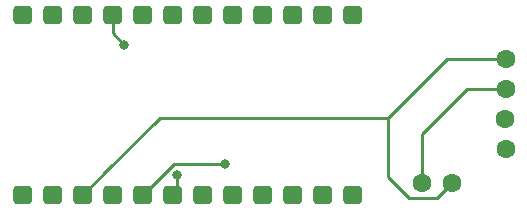
<source format=gbr>
G04 #@! TF.GenerationSoftware,KiCad,Pcbnew,5.0.2+dfsg1-1~bpo9+1*
G04 #@! TF.CreationDate,2021-03-14T19:34:14+00:00*
G04 #@! TF.ProjectId,gameboy_cart_screen,67616d65-626f-4795-9f63-6172745f7363,rev?*
G04 #@! TF.SameCoordinates,Original*
G04 #@! TF.FileFunction,Copper,L1,Top*
G04 #@! TF.FilePolarity,Positive*
%FSLAX46Y46*%
G04 Gerber Fmt 4.6, Leading zero omitted, Abs format (unit mm)*
G04 Created by KiCad (PCBNEW 5.0.2+dfsg1-1~bpo9+1) date Sun 14 Mar 2021 19:34:14 GMT*
%MOMM*%
%LPD*%
G01*
G04 APERTURE LIST*
G04 #@! TA.AperFunction,ComponentPad*
%ADD10C,1.600000*%
G04 #@! TD*
G04 #@! TA.AperFunction,Conductor*
%ADD11C,0.100000*%
G04 #@! TD*
G04 #@! TA.AperFunction,SMDPad,CuDef*
%ADD12C,1.600000*%
G04 #@! TD*
G04 #@! TA.AperFunction,ConnectorPad*
%ADD13C,1.600000*%
G04 #@! TD*
G04 #@! TA.AperFunction,ViaPad*
%ADD14C,0.800000*%
G04 #@! TD*
G04 #@! TA.AperFunction,Conductor*
%ADD15C,0.250000*%
G04 #@! TD*
G04 APERTURE END LIST*
D10*
G04 #@! TO.P,U1,1*
G04 #@! TO.N,Net-(U1-Pad1)*
X172095080Y-68950000D03*
G04 #@! TO.P,U1,2*
G04 #@! TO.N,Net-(U1-Pad2)*
X172095080Y-71490000D03*
G04 #@! TO.P,U1,3*
G04 #@! TO.N,Net-(U1-Pad3)*
X172090000Y-74030000D03*
G04 #@! TO.P,U1,4*
G04 #@! TO.N,Net-(U1-Pad4)*
X172095080Y-76570000D03*
G04 #@! TD*
D11*
G04 #@! TO.N,Net-(U2-Pad1)*
G04 #@! TO.C,U2*
G36*
X131649207Y-79681926D02*
X131688036Y-79687686D01*
X131726114Y-79697224D01*
X131763073Y-79710448D01*
X131798559Y-79727231D01*
X131832228Y-79747412D01*
X131863757Y-79770796D01*
X131892843Y-79797157D01*
X131919204Y-79826243D01*
X131942588Y-79857772D01*
X131962769Y-79891441D01*
X131979552Y-79926927D01*
X131992776Y-79963886D01*
X132002314Y-80001964D01*
X132008074Y-80040793D01*
X132010000Y-80080000D01*
X132010000Y-80880000D01*
X132008074Y-80919207D01*
X132002314Y-80958036D01*
X131992776Y-80996114D01*
X131979552Y-81033073D01*
X131962769Y-81068559D01*
X131942588Y-81102228D01*
X131919204Y-81133757D01*
X131892843Y-81162843D01*
X131863757Y-81189204D01*
X131832228Y-81212588D01*
X131798559Y-81232769D01*
X131763073Y-81249552D01*
X131726114Y-81262776D01*
X131688036Y-81272314D01*
X131649207Y-81278074D01*
X131610000Y-81280000D01*
X130810000Y-81280000D01*
X130770793Y-81278074D01*
X130731964Y-81272314D01*
X130693886Y-81262776D01*
X130656927Y-81249552D01*
X130621441Y-81232769D01*
X130587772Y-81212588D01*
X130556243Y-81189204D01*
X130527157Y-81162843D01*
X130500796Y-81133757D01*
X130477412Y-81102228D01*
X130457231Y-81068559D01*
X130440448Y-81033073D01*
X130427224Y-80996114D01*
X130417686Y-80958036D01*
X130411926Y-80919207D01*
X130410000Y-80880000D01*
X130410000Y-80080000D01*
X130411926Y-80040793D01*
X130417686Y-80001964D01*
X130427224Y-79963886D01*
X130440448Y-79926927D01*
X130457231Y-79891441D01*
X130477412Y-79857772D01*
X130500796Y-79826243D01*
X130527157Y-79797157D01*
X130556243Y-79770796D01*
X130587772Y-79747412D01*
X130621441Y-79727231D01*
X130656927Y-79710448D01*
X130693886Y-79697224D01*
X130731964Y-79687686D01*
X130770793Y-79681926D01*
X130810000Y-79680000D01*
X131610000Y-79680000D01*
X131649207Y-79681926D01*
X131649207Y-79681926D01*
G37*
D12*
G04 #@! TD*
G04 #@! TO.P,U2,1*
G04 #@! TO.N,Net-(U2-Pad1)*
X131210000Y-80480000D03*
D11*
G04 #@! TO.N,Net-(U2-Pad2)*
G04 #@! TO.C,U2*
G36*
X134189207Y-79681926D02*
X134228036Y-79687686D01*
X134266114Y-79697224D01*
X134303073Y-79710448D01*
X134338559Y-79727231D01*
X134372228Y-79747412D01*
X134403757Y-79770796D01*
X134432843Y-79797157D01*
X134459204Y-79826243D01*
X134482588Y-79857772D01*
X134502769Y-79891441D01*
X134519552Y-79926927D01*
X134532776Y-79963886D01*
X134542314Y-80001964D01*
X134548074Y-80040793D01*
X134550000Y-80080000D01*
X134550000Y-80880000D01*
X134548074Y-80919207D01*
X134542314Y-80958036D01*
X134532776Y-80996114D01*
X134519552Y-81033073D01*
X134502769Y-81068559D01*
X134482588Y-81102228D01*
X134459204Y-81133757D01*
X134432843Y-81162843D01*
X134403757Y-81189204D01*
X134372228Y-81212588D01*
X134338559Y-81232769D01*
X134303073Y-81249552D01*
X134266114Y-81262776D01*
X134228036Y-81272314D01*
X134189207Y-81278074D01*
X134150000Y-81280000D01*
X133350000Y-81280000D01*
X133310793Y-81278074D01*
X133271964Y-81272314D01*
X133233886Y-81262776D01*
X133196927Y-81249552D01*
X133161441Y-81232769D01*
X133127772Y-81212588D01*
X133096243Y-81189204D01*
X133067157Y-81162843D01*
X133040796Y-81133757D01*
X133017412Y-81102228D01*
X132997231Y-81068559D01*
X132980448Y-81033073D01*
X132967224Y-80996114D01*
X132957686Y-80958036D01*
X132951926Y-80919207D01*
X132950000Y-80880000D01*
X132950000Y-80080000D01*
X132951926Y-80040793D01*
X132957686Y-80001964D01*
X132967224Y-79963886D01*
X132980448Y-79926927D01*
X132997231Y-79891441D01*
X133017412Y-79857772D01*
X133040796Y-79826243D01*
X133067157Y-79797157D01*
X133096243Y-79770796D01*
X133127772Y-79747412D01*
X133161441Y-79727231D01*
X133196927Y-79710448D01*
X133233886Y-79697224D01*
X133271964Y-79687686D01*
X133310793Y-79681926D01*
X133350000Y-79680000D01*
X134150000Y-79680000D01*
X134189207Y-79681926D01*
X134189207Y-79681926D01*
G37*
D12*
G04 #@! TD*
G04 #@! TO.P,U2,2*
G04 #@! TO.N,Net-(U2-Pad2)*
X133750000Y-80480000D03*
D11*
G04 #@! TO.N,Net-(U1-Pad1)*
G04 #@! TO.C,U2*
G36*
X136729207Y-79681926D02*
X136768036Y-79687686D01*
X136806114Y-79697224D01*
X136843073Y-79710448D01*
X136878559Y-79727231D01*
X136912228Y-79747412D01*
X136943757Y-79770796D01*
X136972843Y-79797157D01*
X136999204Y-79826243D01*
X137022588Y-79857772D01*
X137042769Y-79891441D01*
X137059552Y-79926927D01*
X137072776Y-79963886D01*
X137082314Y-80001964D01*
X137088074Y-80040793D01*
X137090000Y-80080000D01*
X137090000Y-80880000D01*
X137088074Y-80919207D01*
X137082314Y-80958036D01*
X137072776Y-80996114D01*
X137059552Y-81033073D01*
X137042769Y-81068559D01*
X137022588Y-81102228D01*
X136999204Y-81133757D01*
X136972843Y-81162843D01*
X136943757Y-81189204D01*
X136912228Y-81212588D01*
X136878559Y-81232769D01*
X136843073Y-81249552D01*
X136806114Y-81262776D01*
X136768036Y-81272314D01*
X136729207Y-81278074D01*
X136690000Y-81280000D01*
X135890000Y-81280000D01*
X135850793Y-81278074D01*
X135811964Y-81272314D01*
X135773886Y-81262776D01*
X135736927Y-81249552D01*
X135701441Y-81232769D01*
X135667772Y-81212588D01*
X135636243Y-81189204D01*
X135607157Y-81162843D01*
X135580796Y-81133757D01*
X135557412Y-81102228D01*
X135537231Y-81068559D01*
X135520448Y-81033073D01*
X135507224Y-80996114D01*
X135497686Y-80958036D01*
X135491926Y-80919207D01*
X135490000Y-80880000D01*
X135490000Y-80080000D01*
X135491926Y-80040793D01*
X135497686Y-80001964D01*
X135507224Y-79963886D01*
X135520448Y-79926927D01*
X135537231Y-79891441D01*
X135557412Y-79857772D01*
X135580796Y-79826243D01*
X135607157Y-79797157D01*
X135636243Y-79770796D01*
X135667772Y-79747412D01*
X135701441Y-79727231D01*
X135736927Y-79710448D01*
X135773886Y-79697224D01*
X135811964Y-79687686D01*
X135850793Y-79681926D01*
X135890000Y-79680000D01*
X136690000Y-79680000D01*
X136729207Y-79681926D01*
X136729207Y-79681926D01*
G37*
D12*
G04 #@! TD*
G04 #@! TO.P,U2,3*
G04 #@! TO.N,Net-(U1-Pad1)*
X136290000Y-80480000D03*
D11*
G04 #@! TO.N,Net-(U2-Pad4)*
G04 #@! TO.C,U2*
G36*
X139269207Y-79681926D02*
X139308036Y-79687686D01*
X139346114Y-79697224D01*
X139383073Y-79710448D01*
X139418559Y-79727231D01*
X139452228Y-79747412D01*
X139483757Y-79770796D01*
X139512843Y-79797157D01*
X139539204Y-79826243D01*
X139562588Y-79857772D01*
X139582769Y-79891441D01*
X139599552Y-79926927D01*
X139612776Y-79963886D01*
X139622314Y-80001964D01*
X139628074Y-80040793D01*
X139630000Y-80080000D01*
X139630000Y-80880000D01*
X139628074Y-80919207D01*
X139622314Y-80958036D01*
X139612776Y-80996114D01*
X139599552Y-81033073D01*
X139582769Y-81068559D01*
X139562588Y-81102228D01*
X139539204Y-81133757D01*
X139512843Y-81162843D01*
X139483757Y-81189204D01*
X139452228Y-81212588D01*
X139418559Y-81232769D01*
X139383073Y-81249552D01*
X139346114Y-81262776D01*
X139308036Y-81272314D01*
X139269207Y-81278074D01*
X139230000Y-81280000D01*
X138430000Y-81280000D01*
X138390793Y-81278074D01*
X138351964Y-81272314D01*
X138313886Y-81262776D01*
X138276927Y-81249552D01*
X138241441Y-81232769D01*
X138207772Y-81212588D01*
X138176243Y-81189204D01*
X138147157Y-81162843D01*
X138120796Y-81133757D01*
X138097412Y-81102228D01*
X138077231Y-81068559D01*
X138060448Y-81033073D01*
X138047224Y-80996114D01*
X138037686Y-80958036D01*
X138031926Y-80919207D01*
X138030000Y-80880000D01*
X138030000Y-80080000D01*
X138031926Y-80040793D01*
X138037686Y-80001964D01*
X138047224Y-79963886D01*
X138060448Y-79926927D01*
X138077231Y-79891441D01*
X138097412Y-79857772D01*
X138120796Y-79826243D01*
X138147157Y-79797157D01*
X138176243Y-79770796D01*
X138207772Y-79747412D01*
X138241441Y-79727231D01*
X138276927Y-79710448D01*
X138313886Y-79697224D01*
X138351964Y-79687686D01*
X138390793Y-79681926D01*
X138430000Y-79680000D01*
X139230000Y-79680000D01*
X139269207Y-79681926D01*
X139269207Y-79681926D01*
G37*
D12*
G04 #@! TD*
G04 #@! TO.P,U2,4*
G04 #@! TO.N,Net-(U2-Pad4)*
X138830000Y-80480000D03*
D11*
G04 #@! TO.N,Net-(U1-Pad4)*
G04 #@! TO.C,U2*
G36*
X141809207Y-79681926D02*
X141848036Y-79687686D01*
X141886114Y-79697224D01*
X141923073Y-79710448D01*
X141958559Y-79727231D01*
X141992228Y-79747412D01*
X142023757Y-79770796D01*
X142052843Y-79797157D01*
X142079204Y-79826243D01*
X142102588Y-79857772D01*
X142122769Y-79891441D01*
X142139552Y-79926927D01*
X142152776Y-79963886D01*
X142162314Y-80001964D01*
X142168074Y-80040793D01*
X142170000Y-80080000D01*
X142170000Y-80880000D01*
X142168074Y-80919207D01*
X142162314Y-80958036D01*
X142152776Y-80996114D01*
X142139552Y-81033073D01*
X142122769Y-81068559D01*
X142102588Y-81102228D01*
X142079204Y-81133757D01*
X142052843Y-81162843D01*
X142023757Y-81189204D01*
X141992228Y-81212588D01*
X141958559Y-81232769D01*
X141923073Y-81249552D01*
X141886114Y-81262776D01*
X141848036Y-81272314D01*
X141809207Y-81278074D01*
X141770000Y-81280000D01*
X140970000Y-81280000D01*
X140930793Y-81278074D01*
X140891964Y-81272314D01*
X140853886Y-81262776D01*
X140816927Y-81249552D01*
X140781441Y-81232769D01*
X140747772Y-81212588D01*
X140716243Y-81189204D01*
X140687157Y-81162843D01*
X140660796Y-81133757D01*
X140637412Y-81102228D01*
X140617231Y-81068559D01*
X140600448Y-81033073D01*
X140587224Y-80996114D01*
X140577686Y-80958036D01*
X140571926Y-80919207D01*
X140570000Y-80880000D01*
X140570000Y-80080000D01*
X140571926Y-80040793D01*
X140577686Y-80001964D01*
X140587224Y-79963886D01*
X140600448Y-79926927D01*
X140617231Y-79891441D01*
X140637412Y-79857772D01*
X140660796Y-79826243D01*
X140687157Y-79797157D01*
X140716243Y-79770796D01*
X140747772Y-79747412D01*
X140781441Y-79727231D01*
X140816927Y-79710448D01*
X140853886Y-79697224D01*
X140891964Y-79687686D01*
X140930793Y-79681926D01*
X140970000Y-79680000D01*
X141770000Y-79680000D01*
X141809207Y-79681926D01*
X141809207Y-79681926D01*
G37*
D12*
G04 #@! TD*
G04 #@! TO.P,U2,5*
G04 #@! TO.N,Net-(U1-Pad4)*
X141370000Y-80480000D03*
D11*
G04 #@! TO.N,Net-(U1-Pad3)*
G04 #@! TO.C,U2*
G36*
X144349207Y-79681926D02*
X144388036Y-79687686D01*
X144426114Y-79697224D01*
X144463073Y-79710448D01*
X144498559Y-79727231D01*
X144532228Y-79747412D01*
X144563757Y-79770796D01*
X144592843Y-79797157D01*
X144619204Y-79826243D01*
X144642588Y-79857772D01*
X144662769Y-79891441D01*
X144679552Y-79926927D01*
X144692776Y-79963886D01*
X144702314Y-80001964D01*
X144708074Y-80040793D01*
X144710000Y-80080000D01*
X144710000Y-80880000D01*
X144708074Y-80919207D01*
X144702314Y-80958036D01*
X144692776Y-80996114D01*
X144679552Y-81033073D01*
X144662769Y-81068559D01*
X144642588Y-81102228D01*
X144619204Y-81133757D01*
X144592843Y-81162843D01*
X144563757Y-81189204D01*
X144532228Y-81212588D01*
X144498559Y-81232769D01*
X144463073Y-81249552D01*
X144426114Y-81262776D01*
X144388036Y-81272314D01*
X144349207Y-81278074D01*
X144310000Y-81280000D01*
X143510000Y-81280000D01*
X143470793Y-81278074D01*
X143431964Y-81272314D01*
X143393886Y-81262776D01*
X143356927Y-81249552D01*
X143321441Y-81232769D01*
X143287772Y-81212588D01*
X143256243Y-81189204D01*
X143227157Y-81162843D01*
X143200796Y-81133757D01*
X143177412Y-81102228D01*
X143157231Y-81068559D01*
X143140448Y-81033073D01*
X143127224Y-80996114D01*
X143117686Y-80958036D01*
X143111926Y-80919207D01*
X143110000Y-80880000D01*
X143110000Y-80080000D01*
X143111926Y-80040793D01*
X143117686Y-80001964D01*
X143127224Y-79963886D01*
X143140448Y-79926927D01*
X143157231Y-79891441D01*
X143177412Y-79857772D01*
X143200796Y-79826243D01*
X143227157Y-79797157D01*
X143256243Y-79770796D01*
X143287772Y-79747412D01*
X143321441Y-79727231D01*
X143356927Y-79710448D01*
X143393886Y-79697224D01*
X143431964Y-79687686D01*
X143470793Y-79681926D01*
X143510000Y-79680000D01*
X144310000Y-79680000D01*
X144349207Y-79681926D01*
X144349207Y-79681926D01*
G37*
D12*
G04 #@! TD*
G04 #@! TO.P,U2,6*
G04 #@! TO.N,Net-(U1-Pad3)*
X143910000Y-80480000D03*
D11*
G04 #@! TO.N,Net-(U2-Pad7)*
G04 #@! TO.C,U2*
G36*
X146889207Y-79681926D02*
X146928036Y-79687686D01*
X146966114Y-79697224D01*
X147003073Y-79710448D01*
X147038559Y-79727231D01*
X147072228Y-79747412D01*
X147103757Y-79770796D01*
X147132843Y-79797157D01*
X147159204Y-79826243D01*
X147182588Y-79857772D01*
X147202769Y-79891441D01*
X147219552Y-79926927D01*
X147232776Y-79963886D01*
X147242314Y-80001964D01*
X147248074Y-80040793D01*
X147250000Y-80080000D01*
X147250000Y-80880000D01*
X147248074Y-80919207D01*
X147242314Y-80958036D01*
X147232776Y-80996114D01*
X147219552Y-81033073D01*
X147202769Y-81068559D01*
X147182588Y-81102228D01*
X147159204Y-81133757D01*
X147132843Y-81162843D01*
X147103757Y-81189204D01*
X147072228Y-81212588D01*
X147038559Y-81232769D01*
X147003073Y-81249552D01*
X146966114Y-81262776D01*
X146928036Y-81272314D01*
X146889207Y-81278074D01*
X146850000Y-81280000D01*
X146050000Y-81280000D01*
X146010793Y-81278074D01*
X145971964Y-81272314D01*
X145933886Y-81262776D01*
X145896927Y-81249552D01*
X145861441Y-81232769D01*
X145827772Y-81212588D01*
X145796243Y-81189204D01*
X145767157Y-81162843D01*
X145740796Y-81133757D01*
X145717412Y-81102228D01*
X145697231Y-81068559D01*
X145680448Y-81033073D01*
X145667224Y-80996114D01*
X145657686Y-80958036D01*
X145651926Y-80919207D01*
X145650000Y-80880000D01*
X145650000Y-80080000D01*
X145651926Y-80040793D01*
X145657686Y-80001964D01*
X145667224Y-79963886D01*
X145680448Y-79926927D01*
X145697231Y-79891441D01*
X145717412Y-79857772D01*
X145740796Y-79826243D01*
X145767157Y-79797157D01*
X145796243Y-79770796D01*
X145827772Y-79747412D01*
X145861441Y-79727231D01*
X145896927Y-79710448D01*
X145933886Y-79697224D01*
X145971964Y-79687686D01*
X146010793Y-79681926D01*
X146050000Y-79680000D01*
X146850000Y-79680000D01*
X146889207Y-79681926D01*
X146889207Y-79681926D01*
G37*
D12*
G04 #@! TD*
G04 #@! TO.P,U2,7*
G04 #@! TO.N,Net-(U2-Pad7)*
X146450000Y-80480000D03*
D11*
G04 #@! TO.N,Net-(U2-Pad8)*
G04 #@! TO.C,U2*
G36*
X149429207Y-79681926D02*
X149468036Y-79687686D01*
X149506114Y-79697224D01*
X149543073Y-79710448D01*
X149578559Y-79727231D01*
X149612228Y-79747412D01*
X149643757Y-79770796D01*
X149672843Y-79797157D01*
X149699204Y-79826243D01*
X149722588Y-79857772D01*
X149742769Y-79891441D01*
X149759552Y-79926927D01*
X149772776Y-79963886D01*
X149782314Y-80001964D01*
X149788074Y-80040793D01*
X149790000Y-80080000D01*
X149790000Y-80880000D01*
X149788074Y-80919207D01*
X149782314Y-80958036D01*
X149772776Y-80996114D01*
X149759552Y-81033073D01*
X149742769Y-81068559D01*
X149722588Y-81102228D01*
X149699204Y-81133757D01*
X149672843Y-81162843D01*
X149643757Y-81189204D01*
X149612228Y-81212588D01*
X149578559Y-81232769D01*
X149543073Y-81249552D01*
X149506114Y-81262776D01*
X149468036Y-81272314D01*
X149429207Y-81278074D01*
X149390000Y-81280000D01*
X148590000Y-81280000D01*
X148550793Y-81278074D01*
X148511964Y-81272314D01*
X148473886Y-81262776D01*
X148436927Y-81249552D01*
X148401441Y-81232769D01*
X148367772Y-81212588D01*
X148336243Y-81189204D01*
X148307157Y-81162843D01*
X148280796Y-81133757D01*
X148257412Y-81102228D01*
X148237231Y-81068559D01*
X148220448Y-81033073D01*
X148207224Y-80996114D01*
X148197686Y-80958036D01*
X148191926Y-80919207D01*
X148190000Y-80880000D01*
X148190000Y-80080000D01*
X148191926Y-80040793D01*
X148197686Y-80001964D01*
X148207224Y-79963886D01*
X148220448Y-79926927D01*
X148237231Y-79891441D01*
X148257412Y-79857772D01*
X148280796Y-79826243D01*
X148307157Y-79797157D01*
X148336243Y-79770796D01*
X148367772Y-79747412D01*
X148401441Y-79727231D01*
X148436927Y-79710448D01*
X148473886Y-79697224D01*
X148511964Y-79687686D01*
X148550793Y-79681926D01*
X148590000Y-79680000D01*
X149390000Y-79680000D01*
X149429207Y-79681926D01*
X149429207Y-79681926D01*
G37*
D12*
G04 #@! TD*
G04 #@! TO.P,U2,8*
G04 #@! TO.N,Net-(U2-Pad8)*
X148990000Y-80480000D03*
D11*
G04 #@! TO.N,Net-(U2-Pad9)*
G04 #@! TO.C,U2*
G36*
X151969207Y-79681926D02*
X152008036Y-79687686D01*
X152046114Y-79697224D01*
X152083073Y-79710448D01*
X152118559Y-79727231D01*
X152152228Y-79747412D01*
X152183757Y-79770796D01*
X152212843Y-79797157D01*
X152239204Y-79826243D01*
X152262588Y-79857772D01*
X152282769Y-79891441D01*
X152299552Y-79926927D01*
X152312776Y-79963886D01*
X152322314Y-80001964D01*
X152328074Y-80040793D01*
X152330000Y-80080000D01*
X152330000Y-80880000D01*
X152328074Y-80919207D01*
X152322314Y-80958036D01*
X152312776Y-80996114D01*
X152299552Y-81033073D01*
X152282769Y-81068559D01*
X152262588Y-81102228D01*
X152239204Y-81133757D01*
X152212843Y-81162843D01*
X152183757Y-81189204D01*
X152152228Y-81212588D01*
X152118559Y-81232769D01*
X152083073Y-81249552D01*
X152046114Y-81262776D01*
X152008036Y-81272314D01*
X151969207Y-81278074D01*
X151930000Y-81280000D01*
X151130000Y-81280000D01*
X151090793Y-81278074D01*
X151051964Y-81272314D01*
X151013886Y-81262776D01*
X150976927Y-81249552D01*
X150941441Y-81232769D01*
X150907772Y-81212588D01*
X150876243Y-81189204D01*
X150847157Y-81162843D01*
X150820796Y-81133757D01*
X150797412Y-81102228D01*
X150777231Y-81068559D01*
X150760448Y-81033073D01*
X150747224Y-80996114D01*
X150737686Y-80958036D01*
X150731926Y-80919207D01*
X150730000Y-80880000D01*
X150730000Y-80080000D01*
X150731926Y-80040793D01*
X150737686Y-80001964D01*
X150747224Y-79963886D01*
X150760448Y-79926927D01*
X150777231Y-79891441D01*
X150797412Y-79857772D01*
X150820796Y-79826243D01*
X150847157Y-79797157D01*
X150876243Y-79770796D01*
X150907772Y-79747412D01*
X150941441Y-79727231D01*
X150976927Y-79710448D01*
X151013886Y-79697224D01*
X151051964Y-79687686D01*
X151090793Y-79681926D01*
X151130000Y-79680000D01*
X151930000Y-79680000D01*
X151969207Y-79681926D01*
X151969207Y-79681926D01*
G37*
D12*
G04 #@! TD*
G04 #@! TO.P,U2,9*
G04 #@! TO.N,Net-(U2-Pad9)*
X151530000Y-80480000D03*
D11*
G04 #@! TO.N,Net-(U2-Pad10)*
G04 #@! TO.C,U2*
G36*
X154509207Y-79681926D02*
X154548036Y-79687686D01*
X154586114Y-79697224D01*
X154623073Y-79710448D01*
X154658559Y-79727231D01*
X154692228Y-79747412D01*
X154723757Y-79770796D01*
X154752843Y-79797157D01*
X154779204Y-79826243D01*
X154802588Y-79857772D01*
X154822769Y-79891441D01*
X154839552Y-79926927D01*
X154852776Y-79963886D01*
X154862314Y-80001964D01*
X154868074Y-80040793D01*
X154870000Y-80080000D01*
X154870000Y-80880000D01*
X154868074Y-80919207D01*
X154862314Y-80958036D01*
X154852776Y-80996114D01*
X154839552Y-81033073D01*
X154822769Y-81068559D01*
X154802588Y-81102228D01*
X154779204Y-81133757D01*
X154752843Y-81162843D01*
X154723757Y-81189204D01*
X154692228Y-81212588D01*
X154658559Y-81232769D01*
X154623073Y-81249552D01*
X154586114Y-81262776D01*
X154548036Y-81272314D01*
X154509207Y-81278074D01*
X154470000Y-81280000D01*
X153670000Y-81280000D01*
X153630793Y-81278074D01*
X153591964Y-81272314D01*
X153553886Y-81262776D01*
X153516927Y-81249552D01*
X153481441Y-81232769D01*
X153447772Y-81212588D01*
X153416243Y-81189204D01*
X153387157Y-81162843D01*
X153360796Y-81133757D01*
X153337412Y-81102228D01*
X153317231Y-81068559D01*
X153300448Y-81033073D01*
X153287224Y-80996114D01*
X153277686Y-80958036D01*
X153271926Y-80919207D01*
X153270000Y-80880000D01*
X153270000Y-80080000D01*
X153271926Y-80040793D01*
X153277686Y-80001964D01*
X153287224Y-79963886D01*
X153300448Y-79926927D01*
X153317231Y-79891441D01*
X153337412Y-79857772D01*
X153360796Y-79826243D01*
X153387157Y-79797157D01*
X153416243Y-79770796D01*
X153447772Y-79747412D01*
X153481441Y-79727231D01*
X153516927Y-79710448D01*
X153553886Y-79697224D01*
X153591964Y-79687686D01*
X153630793Y-79681926D01*
X153670000Y-79680000D01*
X154470000Y-79680000D01*
X154509207Y-79681926D01*
X154509207Y-79681926D01*
G37*
D12*
G04 #@! TD*
G04 #@! TO.P,U2,10*
G04 #@! TO.N,Net-(U2-Pad10)*
X154070000Y-80480000D03*
D11*
G04 #@! TO.N,Net-(U2-Pad11)*
G04 #@! TO.C,U2*
G36*
X157049207Y-79681926D02*
X157088036Y-79687686D01*
X157126114Y-79697224D01*
X157163073Y-79710448D01*
X157198559Y-79727231D01*
X157232228Y-79747412D01*
X157263757Y-79770796D01*
X157292843Y-79797157D01*
X157319204Y-79826243D01*
X157342588Y-79857772D01*
X157362769Y-79891441D01*
X157379552Y-79926927D01*
X157392776Y-79963886D01*
X157402314Y-80001964D01*
X157408074Y-80040793D01*
X157410000Y-80080000D01*
X157410000Y-80880000D01*
X157408074Y-80919207D01*
X157402314Y-80958036D01*
X157392776Y-80996114D01*
X157379552Y-81033073D01*
X157362769Y-81068559D01*
X157342588Y-81102228D01*
X157319204Y-81133757D01*
X157292843Y-81162843D01*
X157263757Y-81189204D01*
X157232228Y-81212588D01*
X157198559Y-81232769D01*
X157163073Y-81249552D01*
X157126114Y-81262776D01*
X157088036Y-81272314D01*
X157049207Y-81278074D01*
X157010000Y-81280000D01*
X156210000Y-81280000D01*
X156170793Y-81278074D01*
X156131964Y-81272314D01*
X156093886Y-81262776D01*
X156056927Y-81249552D01*
X156021441Y-81232769D01*
X155987772Y-81212588D01*
X155956243Y-81189204D01*
X155927157Y-81162843D01*
X155900796Y-81133757D01*
X155877412Y-81102228D01*
X155857231Y-81068559D01*
X155840448Y-81033073D01*
X155827224Y-80996114D01*
X155817686Y-80958036D01*
X155811926Y-80919207D01*
X155810000Y-80880000D01*
X155810000Y-80080000D01*
X155811926Y-80040793D01*
X155817686Y-80001964D01*
X155827224Y-79963886D01*
X155840448Y-79926927D01*
X155857231Y-79891441D01*
X155877412Y-79857772D01*
X155900796Y-79826243D01*
X155927157Y-79797157D01*
X155956243Y-79770796D01*
X155987772Y-79747412D01*
X156021441Y-79727231D01*
X156056927Y-79710448D01*
X156093886Y-79697224D01*
X156131964Y-79687686D01*
X156170793Y-79681926D01*
X156210000Y-79680000D01*
X157010000Y-79680000D01*
X157049207Y-79681926D01*
X157049207Y-79681926D01*
G37*
D12*
G04 #@! TD*
G04 #@! TO.P,U2,11*
G04 #@! TO.N,Net-(U2-Pad11)*
X156610000Y-80480000D03*
D11*
G04 #@! TO.N,Net-(U2-Pad12)*
G04 #@! TO.C,U2*
G36*
X159589207Y-79681926D02*
X159628036Y-79687686D01*
X159666114Y-79697224D01*
X159703073Y-79710448D01*
X159738559Y-79727231D01*
X159772228Y-79747412D01*
X159803757Y-79770796D01*
X159832843Y-79797157D01*
X159859204Y-79826243D01*
X159882588Y-79857772D01*
X159902769Y-79891441D01*
X159919552Y-79926927D01*
X159932776Y-79963886D01*
X159942314Y-80001964D01*
X159948074Y-80040793D01*
X159950000Y-80080000D01*
X159950000Y-80880000D01*
X159948074Y-80919207D01*
X159942314Y-80958036D01*
X159932776Y-80996114D01*
X159919552Y-81033073D01*
X159902769Y-81068559D01*
X159882588Y-81102228D01*
X159859204Y-81133757D01*
X159832843Y-81162843D01*
X159803757Y-81189204D01*
X159772228Y-81212588D01*
X159738559Y-81232769D01*
X159703073Y-81249552D01*
X159666114Y-81262776D01*
X159628036Y-81272314D01*
X159589207Y-81278074D01*
X159550000Y-81280000D01*
X158750000Y-81280000D01*
X158710793Y-81278074D01*
X158671964Y-81272314D01*
X158633886Y-81262776D01*
X158596927Y-81249552D01*
X158561441Y-81232769D01*
X158527772Y-81212588D01*
X158496243Y-81189204D01*
X158467157Y-81162843D01*
X158440796Y-81133757D01*
X158417412Y-81102228D01*
X158397231Y-81068559D01*
X158380448Y-81033073D01*
X158367224Y-80996114D01*
X158357686Y-80958036D01*
X158351926Y-80919207D01*
X158350000Y-80880000D01*
X158350000Y-80080000D01*
X158351926Y-80040793D01*
X158357686Y-80001964D01*
X158367224Y-79963886D01*
X158380448Y-79926927D01*
X158397231Y-79891441D01*
X158417412Y-79857772D01*
X158440796Y-79826243D01*
X158467157Y-79797157D01*
X158496243Y-79770796D01*
X158527772Y-79747412D01*
X158561441Y-79727231D01*
X158596927Y-79710448D01*
X158633886Y-79697224D01*
X158671964Y-79687686D01*
X158710793Y-79681926D01*
X158750000Y-79680000D01*
X159550000Y-79680000D01*
X159589207Y-79681926D01*
X159589207Y-79681926D01*
G37*
D12*
G04 #@! TD*
G04 #@! TO.P,U2,12*
G04 #@! TO.N,Net-(U2-Pad12)*
X159150000Y-80480000D03*
D11*
G04 #@! TO.N,Net-(U2-Pad13)*
G04 #@! TO.C,U2*
G36*
X159589207Y-64441926D02*
X159628036Y-64447686D01*
X159666114Y-64457224D01*
X159703073Y-64470448D01*
X159738559Y-64487231D01*
X159772228Y-64507412D01*
X159803757Y-64530796D01*
X159832843Y-64557157D01*
X159859204Y-64586243D01*
X159882588Y-64617772D01*
X159902769Y-64651441D01*
X159919552Y-64686927D01*
X159932776Y-64723886D01*
X159942314Y-64761964D01*
X159948074Y-64800793D01*
X159950000Y-64840000D01*
X159950000Y-65640000D01*
X159948074Y-65679207D01*
X159942314Y-65718036D01*
X159932776Y-65756114D01*
X159919552Y-65793073D01*
X159902769Y-65828559D01*
X159882588Y-65862228D01*
X159859204Y-65893757D01*
X159832843Y-65922843D01*
X159803757Y-65949204D01*
X159772228Y-65972588D01*
X159738559Y-65992769D01*
X159703073Y-66009552D01*
X159666114Y-66022776D01*
X159628036Y-66032314D01*
X159589207Y-66038074D01*
X159550000Y-66040000D01*
X158750000Y-66040000D01*
X158710793Y-66038074D01*
X158671964Y-66032314D01*
X158633886Y-66022776D01*
X158596927Y-66009552D01*
X158561441Y-65992769D01*
X158527772Y-65972588D01*
X158496243Y-65949204D01*
X158467157Y-65922843D01*
X158440796Y-65893757D01*
X158417412Y-65862228D01*
X158397231Y-65828559D01*
X158380448Y-65793073D01*
X158367224Y-65756114D01*
X158357686Y-65718036D01*
X158351926Y-65679207D01*
X158350000Y-65640000D01*
X158350000Y-64840000D01*
X158351926Y-64800793D01*
X158357686Y-64761964D01*
X158367224Y-64723886D01*
X158380448Y-64686927D01*
X158397231Y-64651441D01*
X158417412Y-64617772D01*
X158440796Y-64586243D01*
X158467157Y-64557157D01*
X158496243Y-64530796D01*
X158527772Y-64507412D01*
X158561441Y-64487231D01*
X158596927Y-64470448D01*
X158633886Y-64457224D01*
X158671964Y-64447686D01*
X158710793Y-64441926D01*
X158750000Y-64440000D01*
X159550000Y-64440000D01*
X159589207Y-64441926D01*
X159589207Y-64441926D01*
G37*
D12*
G04 #@! TD*
G04 #@! TO.P,U2,13*
G04 #@! TO.N,Net-(U2-Pad13)*
X159150000Y-65240000D03*
D11*
G04 #@! TO.N,Net-(U2-Pad14)*
G04 #@! TO.C,U2*
G36*
X157049207Y-64441926D02*
X157088036Y-64447686D01*
X157126114Y-64457224D01*
X157163073Y-64470448D01*
X157198559Y-64487231D01*
X157232228Y-64507412D01*
X157263757Y-64530796D01*
X157292843Y-64557157D01*
X157319204Y-64586243D01*
X157342588Y-64617772D01*
X157362769Y-64651441D01*
X157379552Y-64686927D01*
X157392776Y-64723886D01*
X157402314Y-64761964D01*
X157408074Y-64800793D01*
X157410000Y-64840000D01*
X157410000Y-65640000D01*
X157408074Y-65679207D01*
X157402314Y-65718036D01*
X157392776Y-65756114D01*
X157379552Y-65793073D01*
X157362769Y-65828559D01*
X157342588Y-65862228D01*
X157319204Y-65893757D01*
X157292843Y-65922843D01*
X157263757Y-65949204D01*
X157232228Y-65972588D01*
X157198559Y-65992769D01*
X157163073Y-66009552D01*
X157126114Y-66022776D01*
X157088036Y-66032314D01*
X157049207Y-66038074D01*
X157010000Y-66040000D01*
X156210000Y-66040000D01*
X156170793Y-66038074D01*
X156131964Y-66032314D01*
X156093886Y-66022776D01*
X156056927Y-66009552D01*
X156021441Y-65992769D01*
X155987772Y-65972588D01*
X155956243Y-65949204D01*
X155927157Y-65922843D01*
X155900796Y-65893757D01*
X155877412Y-65862228D01*
X155857231Y-65828559D01*
X155840448Y-65793073D01*
X155827224Y-65756114D01*
X155817686Y-65718036D01*
X155811926Y-65679207D01*
X155810000Y-65640000D01*
X155810000Y-64840000D01*
X155811926Y-64800793D01*
X155817686Y-64761964D01*
X155827224Y-64723886D01*
X155840448Y-64686927D01*
X155857231Y-64651441D01*
X155877412Y-64617772D01*
X155900796Y-64586243D01*
X155927157Y-64557157D01*
X155956243Y-64530796D01*
X155987772Y-64507412D01*
X156021441Y-64487231D01*
X156056927Y-64470448D01*
X156093886Y-64457224D01*
X156131964Y-64447686D01*
X156170793Y-64441926D01*
X156210000Y-64440000D01*
X157010000Y-64440000D01*
X157049207Y-64441926D01*
X157049207Y-64441926D01*
G37*
D12*
G04 #@! TD*
G04 #@! TO.P,U2,14*
G04 #@! TO.N,Net-(U2-Pad14)*
X156610000Y-65240000D03*
D11*
G04 #@! TO.N,Net-(U2-Pad15)*
G04 #@! TO.C,U2*
G36*
X154509207Y-64441926D02*
X154548036Y-64447686D01*
X154586114Y-64457224D01*
X154623073Y-64470448D01*
X154658559Y-64487231D01*
X154692228Y-64507412D01*
X154723757Y-64530796D01*
X154752843Y-64557157D01*
X154779204Y-64586243D01*
X154802588Y-64617772D01*
X154822769Y-64651441D01*
X154839552Y-64686927D01*
X154852776Y-64723886D01*
X154862314Y-64761964D01*
X154868074Y-64800793D01*
X154870000Y-64840000D01*
X154870000Y-65640000D01*
X154868074Y-65679207D01*
X154862314Y-65718036D01*
X154852776Y-65756114D01*
X154839552Y-65793073D01*
X154822769Y-65828559D01*
X154802588Y-65862228D01*
X154779204Y-65893757D01*
X154752843Y-65922843D01*
X154723757Y-65949204D01*
X154692228Y-65972588D01*
X154658559Y-65992769D01*
X154623073Y-66009552D01*
X154586114Y-66022776D01*
X154548036Y-66032314D01*
X154509207Y-66038074D01*
X154470000Y-66040000D01*
X153670000Y-66040000D01*
X153630793Y-66038074D01*
X153591964Y-66032314D01*
X153553886Y-66022776D01*
X153516927Y-66009552D01*
X153481441Y-65992769D01*
X153447772Y-65972588D01*
X153416243Y-65949204D01*
X153387157Y-65922843D01*
X153360796Y-65893757D01*
X153337412Y-65862228D01*
X153317231Y-65828559D01*
X153300448Y-65793073D01*
X153287224Y-65756114D01*
X153277686Y-65718036D01*
X153271926Y-65679207D01*
X153270000Y-65640000D01*
X153270000Y-64840000D01*
X153271926Y-64800793D01*
X153277686Y-64761964D01*
X153287224Y-64723886D01*
X153300448Y-64686927D01*
X153317231Y-64651441D01*
X153337412Y-64617772D01*
X153360796Y-64586243D01*
X153387157Y-64557157D01*
X153416243Y-64530796D01*
X153447772Y-64507412D01*
X153481441Y-64487231D01*
X153516927Y-64470448D01*
X153553886Y-64457224D01*
X153591964Y-64447686D01*
X153630793Y-64441926D01*
X153670000Y-64440000D01*
X154470000Y-64440000D01*
X154509207Y-64441926D01*
X154509207Y-64441926D01*
G37*
D13*
G04 #@! TD*
G04 #@! TO.P,U2,15*
G04 #@! TO.N,Net-(U2-Pad15)*
X154070000Y-65240000D03*
D11*
G04 #@! TO.N,Net-(U2-Pad16)*
G04 #@! TO.C,U2*
G36*
X151969207Y-64441926D02*
X152008036Y-64447686D01*
X152046114Y-64457224D01*
X152083073Y-64470448D01*
X152118559Y-64487231D01*
X152152228Y-64507412D01*
X152183757Y-64530796D01*
X152212843Y-64557157D01*
X152239204Y-64586243D01*
X152262588Y-64617772D01*
X152282769Y-64651441D01*
X152299552Y-64686927D01*
X152312776Y-64723886D01*
X152322314Y-64761964D01*
X152328074Y-64800793D01*
X152330000Y-64840000D01*
X152330000Y-65640000D01*
X152328074Y-65679207D01*
X152322314Y-65718036D01*
X152312776Y-65756114D01*
X152299552Y-65793073D01*
X152282769Y-65828559D01*
X152262588Y-65862228D01*
X152239204Y-65893757D01*
X152212843Y-65922843D01*
X152183757Y-65949204D01*
X152152228Y-65972588D01*
X152118559Y-65992769D01*
X152083073Y-66009552D01*
X152046114Y-66022776D01*
X152008036Y-66032314D01*
X151969207Y-66038074D01*
X151930000Y-66040000D01*
X151130000Y-66040000D01*
X151090793Y-66038074D01*
X151051964Y-66032314D01*
X151013886Y-66022776D01*
X150976927Y-66009552D01*
X150941441Y-65992769D01*
X150907772Y-65972588D01*
X150876243Y-65949204D01*
X150847157Y-65922843D01*
X150820796Y-65893757D01*
X150797412Y-65862228D01*
X150777231Y-65828559D01*
X150760448Y-65793073D01*
X150747224Y-65756114D01*
X150737686Y-65718036D01*
X150731926Y-65679207D01*
X150730000Y-65640000D01*
X150730000Y-64840000D01*
X150731926Y-64800793D01*
X150737686Y-64761964D01*
X150747224Y-64723886D01*
X150760448Y-64686927D01*
X150777231Y-64651441D01*
X150797412Y-64617772D01*
X150820796Y-64586243D01*
X150847157Y-64557157D01*
X150876243Y-64530796D01*
X150907772Y-64507412D01*
X150941441Y-64487231D01*
X150976927Y-64470448D01*
X151013886Y-64457224D01*
X151051964Y-64447686D01*
X151090793Y-64441926D01*
X151130000Y-64440000D01*
X151930000Y-64440000D01*
X151969207Y-64441926D01*
X151969207Y-64441926D01*
G37*
D12*
G04 #@! TD*
G04 #@! TO.P,U2,16*
G04 #@! TO.N,Net-(U2-Pad16)*
X151530000Y-65240000D03*
D11*
G04 #@! TO.N,Net-(U2-Pad17)*
G04 #@! TO.C,U2*
G36*
X149429207Y-64441926D02*
X149468036Y-64447686D01*
X149506114Y-64457224D01*
X149543073Y-64470448D01*
X149578559Y-64487231D01*
X149612228Y-64507412D01*
X149643757Y-64530796D01*
X149672843Y-64557157D01*
X149699204Y-64586243D01*
X149722588Y-64617772D01*
X149742769Y-64651441D01*
X149759552Y-64686927D01*
X149772776Y-64723886D01*
X149782314Y-64761964D01*
X149788074Y-64800793D01*
X149790000Y-64840000D01*
X149790000Y-65640000D01*
X149788074Y-65679207D01*
X149782314Y-65718036D01*
X149772776Y-65756114D01*
X149759552Y-65793073D01*
X149742769Y-65828559D01*
X149722588Y-65862228D01*
X149699204Y-65893757D01*
X149672843Y-65922843D01*
X149643757Y-65949204D01*
X149612228Y-65972588D01*
X149578559Y-65992769D01*
X149543073Y-66009552D01*
X149506114Y-66022776D01*
X149468036Y-66032314D01*
X149429207Y-66038074D01*
X149390000Y-66040000D01*
X148590000Y-66040000D01*
X148550793Y-66038074D01*
X148511964Y-66032314D01*
X148473886Y-66022776D01*
X148436927Y-66009552D01*
X148401441Y-65992769D01*
X148367772Y-65972588D01*
X148336243Y-65949204D01*
X148307157Y-65922843D01*
X148280796Y-65893757D01*
X148257412Y-65862228D01*
X148237231Y-65828559D01*
X148220448Y-65793073D01*
X148207224Y-65756114D01*
X148197686Y-65718036D01*
X148191926Y-65679207D01*
X148190000Y-65640000D01*
X148190000Y-64840000D01*
X148191926Y-64800793D01*
X148197686Y-64761964D01*
X148207224Y-64723886D01*
X148220448Y-64686927D01*
X148237231Y-64651441D01*
X148257412Y-64617772D01*
X148280796Y-64586243D01*
X148307157Y-64557157D01*
X148336243Y-64530796D01*
X148367772Y-64507412D01*
X148401441Y-64487231D01*
X148436927Y-64470448D01*
X148473886Y-64457224D01*
X148511964Y-64447686D01*
X148550793Y-64441926D01*
X148590000Y-64440000D01*
X149390000Y-64440000D01*
X149429207Y-64441926D01*
X149429207Y-64441926D01*
G37*
D12*
G04 #@! TD*
G04 #@! TO.P,U2,17*
G04 #@! TO.N,Net-(U2-Pad17)*
X148990000Y-65240000D03*
D11*
G04 #@! TO.N,Net-(U2-Pad18)*
G04 #@! TO.C,U2*
G36*
X146889207Y-64441926D02*
X146928036Y-64447686D01*
X146966114Y-64457224D01*
X147003073Y-64470448D01*
X147038559Y-64487231D01*
X147072228Y-64507412D01*
X147103757Y-64530796D01*
X147132843Y-64557157D01*
X147159204Y-64586243D01*
X147182588Y-64617772D01*
X147202769Y-64651441D01*
X147219552Y-64686927D01*
X147232776Y-64723886D01*
X147242314Y-64761964D01*
X147248074Y-64800793D01*
X147250000Y-64840000D01*
X147250000Y-65640000D01*
X147248074Y-65679207D01*
X147242314Y-65718036D01*
X147232776Y-65756114D01*
X147219552Y-65793073D01*
X147202769Y-65828559D01*
X147182588Y-65862228D01*
X147159204Y-65893757D01*
X147132843Y-65922843D01*
X147103757Y-65949204D01*
X147072228Y-65972588D01*
X147038559Y-65992769D01*
X147003073Y-66009552D01*
X146966114Y-66022776D01*
X146928036Y-66032314D01*
X146889207Y-66038074D01*
X146850000Y-66040000D01*
X146050000Y-66040000D01*
X146010793Y-66038074D01*
X145971964Y-66032314D01*
X145933886Y-66022776D01*
X145896927Y-66009552D01*
X145861441Y-65992769D01*
X145827772Y-65972588D01*
X145796243Y-65949204D01*
X145767157Y-65922843D01*
X145740796Y-65893757D01*
X145717412Y-65862228D01*
X145697231Y-65828559D01*
X145680448Y-65793073D01*
X145667224Y-65756114D01*
X145657686Y-65718036D01*
X145651926Y-65679207D01*
X145650000Y-65640000D01*
X145650000Y-64840000D01*
X145651926Y-64800793D01*
X145657686Y-64761964D01*
X145667224Y-64723886D01*
X145680448Y-64686927D01*
X145697231Y-64651441D01*
X145717412Y-64617772D01*
X145740796Y-64586243D01*
X145767157Y-64557157D01*
X145796243Y-64530796D01*
X145827772Y-64507412D01*
X145861441Y-64487231D01*
X145896927Y-64470448D01*
X145933886Y-64457224D01*
X145971964Y-64447686D01*
X146010793Y-64441926D01*
X146050000Y-64440000D01*
X146850000Y-64440000D01*
X146889207Y-64441926D01*
X146889207Y-64441926D01*
G37*
D12*
G04 #@! TD*
G04 #@! TO.P,U2,18*
G04 #@! TO.N,Net-(U2-Pad18)*
X146450000Y-65240000D03*
D11*
G04 #@! TO.N,Net-(U2-Pad19)*
G04 #@! TO.C,U2*
G36*
X144349207Y-64441926D02*
X144388036Y-64447686D01*
X144426114Y-64457224D01*
X144463073Y-64470448D01*
X144498559Y-64487231D01*
X144532228Y-64507412D01*
X144563757Y-64530796D01*
X144592843Y-64557157D01*
X144619204Y-64586243D01*
X144642588Y-64617772D01*
X144662769Y-64651441D01*
X144679552Y-64686927D01*
X144692776Y-64723886D01*
X144702314Y-64761964D01*
X144708074Y-64800793D01*
X144710000Y-64840000D01*
X144710000Y-65640000D01*
X144708074Y-65679207D01*
X144702314Y-65718036D01*
X144692776Y-65756114D01*
X144679552Y-65793073D01*
X144662769Y-65828559D01*
X144642588Y-65862228D01*
X144619204Y-65893757D01*
X144592843Y-65922843D01*
X144563757Y-65949204D01*
X144532228Y-65972588D01*
X144498559Y-65992769D01*
X144463073Y-66009552D01*
X144426114Y-66022776D01*
X144388036Y-66032314D01*
X144349207Y-66038074D01*
X144310000Y-66040000D01*
X143510000Y-66040000D01*
X143470793Y-66038074D01*
X143431964Y-66032314D01*
X143393886Y-66022776D01*
X143356927Y-66009552D01*
X143321441Y-65992769D01*
X143287772Y-65972588D01*
X143256243Y-65949204D01*
X143227157Y-65922843D01*
X143200796Y-65893757D01*
X143177412Y-65862228D01*
X143157231Y-65828559D01*
X143140448Y-65793073D01*
X143127224Y-65756114D01*
X143117686Y-65718036D01*
X143111926Y-65679207D01*
X143110000Y-65640000D01*
X143110000Y-64840000D01*
X143111926Y-64800793D01*
X143117686Y-64761964D01*
X143127224Y-64723886D01*
X143140448Y-64686927D01*
X143157231Y-64651441D01*
X143177412Y-64617772D01*
X143200796Y-64586243D01*
X143227157Y-64557157D01*
X143256243Y-64530796D01*
X143287772Y-64507412D01*
X143321441Y-64487231D01*
X143356927Y-64470448D01*
X143393886Y-64457224D01*
X143431964Y-64447686D01*
X143470793Y-64441926D01*
X143510000Y-64440000D01*
X144310000Y-64440000D01*
X144349207Y-64441926D01*
X144349207Y-64441926D01*
G37*
D12*
G04 #@! TD*
G04 #@! TO.P,U2,19*
G04 #@! TO.N,Net-(U2-Pad19)*
X143910000Y-65240000D03*
D11*
G04 #@! TO.N,Net-(U2-Pad20)*
G04 #@! TO.C,U2*
G36*
X141809207Y-64441926D02*
X141848036Y-64447686D01*
X141886114Y-64457224D01*
X141923073Y-64470448D01*
X141958559Y-64487231D01*
X141992228Y-64507412D01*
X142023757Y-64530796D01*
X142052843Y-64557157D01*
X142079204Y-64586243D01*
X142102588Y-64617772D01*
X142122769Y-64651441D01*
X142139552Y-64686927D01*
X142152776Y-64723886D01*
X142162314Y-64761964D01*
X142168074Y-64800793D01*
X142170000Y-64840000D01*
X142170000Y-65640000D01*
X142168074Y-65679207D01*
X142162314Y-65718036D01*
X142152776Y-65756114D01*
X142139552Y-65793073D01*
X142122769Y-65828559D01*
X142102588Y-65862228D01*
X142079204Y-65893757D01*
X142052843Y-65922843D01*
X142023757Y-65949204D01*
X141992228Y-65972588D01*
X141958559Y-65992769D01*
X141923073Y-66009552D01*
X141886114Y-66022776D01*
X141848036Y-66032314D01*
X141809207Y-66038074D01*
X141770000Y-66040000D01*
X140970000Y-66040000D01*
X140930793Y-66038074D01*
X140891964Y-66032314D01*
X140853886Y-66022776D01*
X140816927Y-66009552D01*
X140781441Y-65992769D01*
X140747772Y-65972588D01*
X140716243Y-65949204D01*
X140687157Y-65922843D01*
X140660796Y-65893757D01*
X140637412Y-65862228D01*
X140617231Y-65828559D01*
X140600448Y-65793073D01*
X140587224Y-65756114D01*
X140577686Y-65718036D01*
X140571926Y-65679207D01*
X140570000Y-65640000D01*
X140570000Y-64840000D01*
X140571926Y-64800793D01*
X140577686Y-64761964D01*
X140587224Y-64723886D01*
X140600448Y-64686927D01*
X140617231Y-64651441D01*
X140637412Y-64617772D01*
X140660796Y-64586243D01*
X140687157Y-64557157D01*
X140716243Y-64530796D01*
X140747772Y-64507412D01*
X140781441Y-64487231D01*
X140816927Y-64470448D01*
X140853886Y-64457224D01*
X140891964Y-64447686D01*
X140930793Y-64441926D01*
X140970000Y-64440000D01*
X141770000Y-64440000D01*
X141809207Y-64441926D01*
X141809207Y-64441926D01*
G37*
D12*
G04 #@! TD*
G04 #@! TO.P,U2,20*
G04 #@! TO.N,Net-(U2-Pad20)*
X141370000Y-65240000D03*
D11*
G04 #@! TO.N,Net-(U1-Pad2)*
G04 #@! TO.C,U2*
G36*
X139269207Y-64441926D02*
X139308036Y-64447686D01*
X139346114Y-64457224D01*
X139383073Y-64470448D01*
X139418559Y-64487231D01*
X139452228Y-64507412D01*
X139483757Y-64530796D01*
X139512843Y-64557157D01*
X139539204Y-64586243D01*
X139562588Y-64617772D01*
X139582769Y-64651441D01*
X139599552Y-64686927D01*
X139612776Y-64723886D01*
X139622314Y-64761964D01*
X139628074Y-64800793D01*
X139630000Y-64840000D01*
X139630000Y-65640000D01*
X139628074Y-65679207D01*
X139622314Y-65718036D01*
X139612776Y-65756114D01*
X139599552Y-65793073D01*
X139582769Y-65828559D01*
X139562588Y-65862228D01*
X139539204Y-65893757D01*
X139512843Y-65922843D01*
X139483757Y-65949204D01*
X139452228Y-65972588D01*
X139418559Y-65992769D01*
X139383073Y-66009552D01*
X139346114Y-66022776D01*
X139308036Y-66032314D01*
X139269207Y-66038074D01*
X139230000Y-66040000D01*
X138430000Y-66040000D01*
X138390793Y-66038074D01*
X138351964Y-66032314D01*
X138313886Y-66022776D01*
X138276927Y-66009552D01*
X138241441Y-65992769D01*
X138207772Y-65972588D01*
X138176243Y-65949204D01*
X138147157Y-65922843D01*
X138120796Y-65893757D01*
X138097412Y-65862228D01*
X138077231Y-65828559D01*
X138060448Y-65793073D01*
X138047224Y-65756114D01*
X138037686Y-65718036D01*
X138031926Y-65679207D01*
X138030000Y-65640000D01*
X138030000Y-64840000D01*
X138031926Y-64800793D01*
X138037686Y-64761964D01*
X138047224Y-64723886D01*
X138060448Y-64686927D01*
X138077231Y-64651441D01*
X138097412Y-64617772D01*
X138120796Y-64586243D01*
X138147157Y-64557157D01*
X138176243Y-64530796D01*
X138207772Y-64507412D01*
X138241441Y-64487231D01*
X138276927Y-64470448D01*
X138313886Y-64457224D01*
X138351964Y-64447686D01*
X138390793Y-64441926D01*
X138430000Y-64440000D01*
X139230000Y-64440000D01*
X139269207Y-64441926D01*
X139269207Y-64441926D01*
G37*
D12*
G04 #@! TD*
G04 #@! TO.P,U2,21*
G04 #@! TO.N,Net-(U1-Pad2)*
X138830000Y-65240000D03*
D11*
G04 #@! TO.N,Net-(U2-Pad22)*
G04 #@! TO.C,U2*
G36*
X136729207Y-64441926D02*
X136768036Y-64447686D01*
X136806114Y-64457224D01*
X136843073Y-64470448D01*
X136878559Y-64487231D01*
X136912228Y-64507412D01*
X136943757Y-64530796D01*
X136972843Y-64557157D01*
X136999204Y-64586243D01*
X137022588Y-64617772D01*
X137042769Y-64651441D01*
X137059552Y-64686927D01*
X137072776Y-64723886D01*
X137082314Y-64761964D01*
X137088074Y-64800793D01*
X137090000Y-64840000D01*
X137090000Y-65640000D01*
X137088074Y-65679207D01*
X137082314Y-65718036D01*
X137072776Y-65756114D01*
X137059552Y-65793073D01*
X137042769Y-65828559D01*
X137022588Y-65862228D01*
X136999204Y-65893757D01*
X136972843Y-65922843D01*
X136943757Y-65949204D01*
X136912228Y-65972588D01*
X136878559Y-65992769D01*
X136843073Y-66009552D01*
X136806114Y-66022776D01*
X136768036Y-66032314D01*
X136729207Y-66038074D01*
X136690000Y-66040000D01*
X135890000Y-66040000D01*
X135850793Y-66038074D01*
X135811964Y-66032314D01*
X135773886Y-66022776D01*
X135736927Y-66009552D01*
X135701441Y-65992769D01*
X135667772Y-65972588D01*
X135636243Y-65949204D01*
X135607157Y-65922843D01*
X135580796Y-65893757D01*
X135557412Y-65862228D01*
X135537231Y-65828559D01*
X135520448Y-65793073D01*
X135507224Y-65756114D01*
X135497686Y-65718036D01*
X135491926Y-65679207D01*
X135490000Y-65640000D01*
X135490000Y-64840000D01*
X135491926Y-64800793D01*
X135497686Y-64761964D01*
X135507224Y-64723886D01*
X135520448Y-64686927D01*
X135537231Y-64651441D01*
X135557412Y-64617772D01*
X135580796Y-64586243D01*
X135607157Y-64557157D01*
X135636243Y-64530796D01*
X135667772Y-64507412D01*
X135701441Y-64487231D01*
X135736927Y-64470448D01*
X135773886Y-64457224D01*
X135811964Y-64447686D01*
X135850793Y-64441926D01*
X135890000Y-64440000D01*
X136690000Y-64440000D01*
X136729207Y-64441926D01*
X136729207Y-64441926D01*
G37*
D12*
G04 #@! TD*
G04 #@! TO.P,U2,22*
G04 #@! TO.N,Net-(U2-Pad22)*
X136290000Y-65240000D03*
D11*
G04 #@! TO.N,Net-(U2-Pad23)*
G04 #@! TO.C,U2*
G36*
X134189207Y-64441926D02*
X134228036Y-64447686D01*
X134266114Y-64457224D01*
X134303073Y-64470448D01*
X134338559Y-64487231D01*
X134372228Y-64507412D01*
X134403757Y-64530796D01*
X134432843Y-64557157D01*
X134459204Y-64586243D01*
X134482588Y-64617772D01*
X134502769Y-64651441D01*
X134519552Y-64686927D01*
X134532776Y-64723886D01*
X134542314Y-64761964D01*
X134548074Y-64800793D01*
X134550000Y-64840000D01*
X134550000Y-65640000D01*
X134548074Y-65679207D01*
X134542314Y-65718036D01*
X134532776Y-65756114D01*
X134519552Y-65793073D01*
X134502769Y-65828559D01*
X134482588Y-65862228D01*
X134459204Y-65893757D01*
X134432843Y-65922843D01*
X134403757Y-65949204D01*
X134372228Y-65972588D01*
X134338559Y-65992769D01*
X134303073Y-66009552D01*
X134266114Y-66022776D01*
X134228036Y-66032314D01*
X134189207Y-66038074D01*
X134150000Y-66040000D01*
X133350000Y-66040000D01*
X133310793Y-66038074D01*
X133271964Y-66032314D01*
X133233886Y-66022776D01*
X133196927Y-66009552D01*
X133161441Y-65992769D01*
X133127772Y-65972588D01*
X133096243Y-65949204D01*
X133067157Y-65922843D01*
X133040796Y-65893757D01*
X133017412Y-65862228D01*
X132997231Y-65828559D01*
X132980448Y-65793073D01*
X132967224Y-65756114D01*
X132957686Y-65718036D01*
X132951926Y-65679207D01*
X132950000Y-65640000D01*
X132950000Y-64840000D01*
X132951926Y-64800793D01*
X132957686Y-64761964D01*
X132967224Y-64723886D01*
X132980448Y-64686927D01*
X132997231Y-64651441D01*
X133017412Y-64617772D01*
X133040796Y-64586243D01*
X133067157Y-64557157D01*
X133096243Y-64530796D01*
X133127772Y-64507412D01*
X133161441Y-64487231D01*
X133196927Y-64470448D01*
X133233886Y-64457224D01*
X133271964Y-64447686D01*
X133310793Y-64441926D01*
X133350000Y-64440000D01*
X134150000Y-64440000D01*
X134189207Y-64441926D01*
X134189207Y-64441926D01*
G37*
D12*
G04 #@! TD*
G04 #@! TO.P,U2,23*
G04 #@! TO.N,Net-(U2-Pad23)*
X133750000Y-65240000D03*
D11*
G04 #@! TO.N,Net-(U2-Pad24)*
G04 #@! TO.C,U2*
G36*
X131649207Y-64441926D02*
X131688036Y-64447686D01*
X131726114Y-64457224D01*
X131763073Y-64470448D01*
X131798559Y-64487231D01*
X131832228Y-64507412D01*
X131863757Y-64530796D01*
X131892843Y-64557157D01*
X131919204Y-64586243D01*
X131942588Y-64617772D01*
X131962769Y-64651441D01*
X131979552Y-64686927D01*
X131992776Y-64723886D01*
X132002314Y-64761964D01*
X132008074Y-64800793D01*
X132010000Y-64840000D01*
X132010000Y-65640000D01*
X132008074Y-65679207D01*
X132002314Y-65718036D01*
X131992776Y-65756114D01*
X131979552Y-65793073D01*
X131962769Y-65828559D01*
X131942588Y-65862228D01*
X131919204Y-65893757D01*
X131892843Y-65922843D01*
X131863757Y-65949204D01*
X131832228Y-65972588D01*
X131798559Y-65992769D01*
X131763073Y-66009552D01*
X131726114Y-66022776D01*
X131688036Y-66032314D01*
X131649207Y-66038074D01*
X131610000Y-66040000D01*
X130810000Y-66040000D01*
X130770793Y-66038074D01*
X130731964Y-66032314D01*
X130693886Y-66022776D01*
X130656927Y-66009552D01*
X130621441Y-65992769D01*
X130587772Y-65972588D01*
X130556243Y-65949204D01*
X130527157Y-65922843D01*
X130500796Y-65893757D01*
X130477412Y-65862228D01*
X130457231Y-65828559D01*
X130440448Y-65793073D01*
X130427224Y-65756114D01*
X130417686Y-65718036D01*
X130411926Y-65679207D01*
X130410000Y-65640000D01*
X130410000Y-64840000D01*
X130411926Y-64800793D01*
X130417686Y-64761964D01*
X130427224Y-64723886D01*
X130440448Y-64686927D01*
X130457231Y-64651441D01*
X130477412Y-64617772D01*
X130500796Y-64586243D01*
X130527157Y-64557157D01*
X130556243Y-64530796D01*
X130587772Y-64507412D01*
X130621441Y-64487231D01*
X130656927Y-64470448D01*
X130693886Y-64457224D01*
X130731964Y-64447686D01*
X130770793Y-64441926D01*
X130810000Y-64440000D01*
X131610000Y-64440000D01*
X131649207Y-64441926D01*
X131649207Y-64441926D01*
G37*
D12*
G04 #@! TD*
G04 #@! TO.P,U2,24*
G04 #@! TO.N,Net-(U2-Pad24)*
X131210000Y-65240000D03*
D10*
G04 #@! TO.P,U3,1*
G04 #@! TO.N,Net-(U1-Pad1)*
X167550000Y-79500000D03*
G04 #@! TO.P,U3,2*
G04 #@! TO.N,Net-(U1-Pad2)*
X165010000Y-79500000D03*
G04 #@! TD*
D14*
G04 #@! TO.N,Net-(U1-Pad4)*
X148310000Y-77850000D03*
G04 #@! TO.N,Net-(U1-Pad3)*
X144290000Y-78780000D03*
G04 #@! TO.N,Net-(U1-Pad2)*
X139820000Y-67760000D03*
G04 #@! TD*
D15*
G04 #@! TO.N,Net-(U1-Pad1)*
X167550000Y-79500000D02*
X166270000Y-80780000D01*
X166270000Y-80780000D02*
X163950000Y-80780000D01*
X162130000Y-78960000D02*
X162130000Y-73950000D01*
X167130000Y-68950000D02*
X172095080Y-68950000D01*
X162130000Y-73950000D02*
X167130000Y-68950000D01*
X136290000Y-80480000D02*
X138280000Y-78490000D01*
X163950000Y-80780000D02*
X162300000Y-79130000D01*
X162300000Y-79130000D02*
X162130000Y-78960000D01*
X142820000Y-73950000D02*
X138280000Y-78490000D01*
X162130000Y-73950000D02*
X142820000Y-73950000D01*
G04 #@! TO.N,Net-(U1-Pad4)*
X144000000Y-77850000D02*
X141370000Y-80480000D01*
X148310000Y-77850000D02*
X144000000Y-77850000D01*
G04 #@! TO.N,Net-(U1-Pad3)*
X144290000Y-80100000D02*
X143910000Y-80480000D01*
X144290000Y-78780000D02*
X144290000Y-80100000D01*
G04 #@! TO.N,Net-(U1-Pad2)*
X165010000Y-79500000D02*
X165010000Y-75300000D01*
X168820000Y-71490000D02*
X172095080Y-71490000D01*
X165010000Y-75300000D02*
X168820000Y-71490000D01*
X138830000Y-66770000D02*
X138830000Y-65240000D01*
X139820000Y-67760000D02*
X138830000Y-66770000D01*
G04 #@! TD*
M02*

</source>
